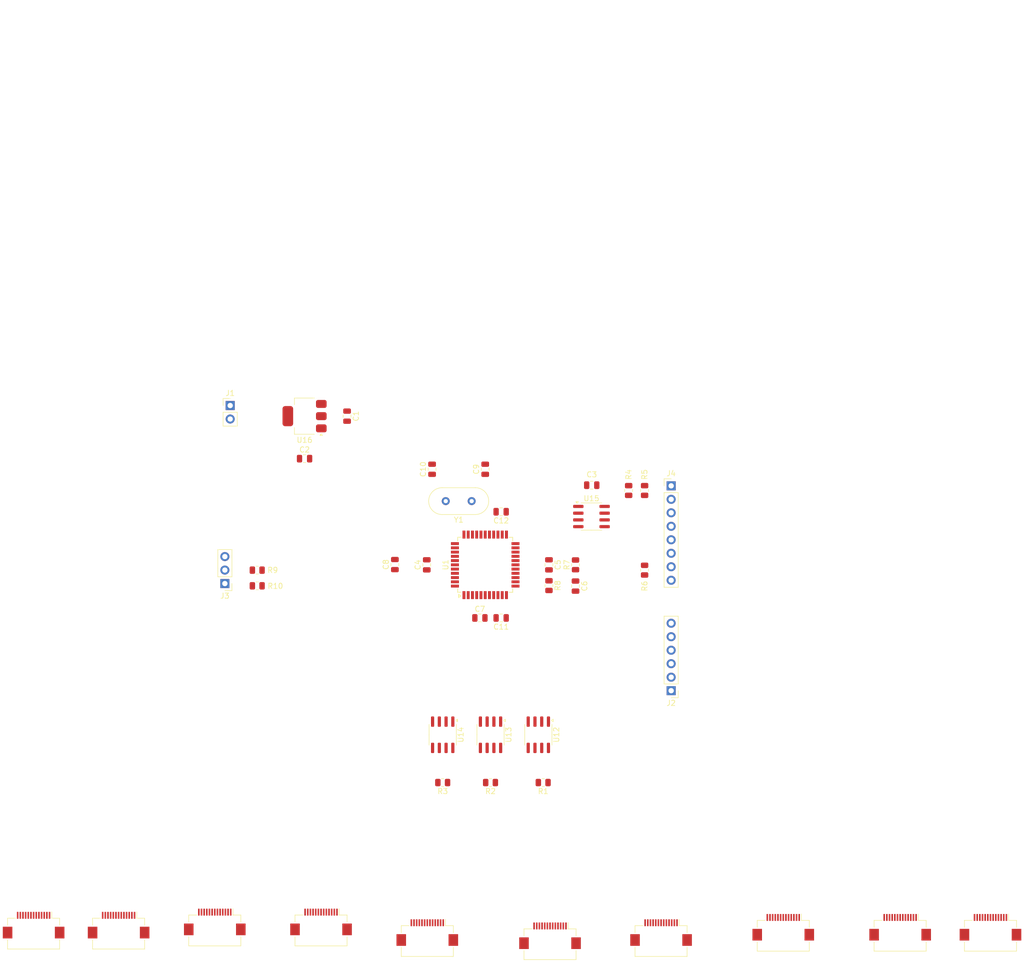
<source format=kicad_pcb>
(kicad_pcb (version 20240108) (generator "pcbnew") (generator_version "8.0")
  (layers (0 "F.Cu" signal) (31 "B.Cu" signal) (34 "B.Paste" user) (35 "F.Paste" user) (36 "B.SilkS" user "B.Silkscreen") (37 "F.SilkS" user "F.Silkscreen") (38 "B.Mask" user) (39 "F.Mask" user) (44 "Edge.Cuts" user))
  (net 0 "")
  (net 1 "Net-(J2-Pin_5)")
  (net 2 "/nCS_MEM")
  (net 3 "+3.3V")
  (net 5 "GND")
  (net 6 "Net-(U1-VCAP)")
  (net 9 "Net-(J2-Pin_1)")
  (net 10 "/SCL1")
  (net 11 "/MISO_MEM")
  (net 13 "/SDA1")
  (net 14 "/MOSI_MEM")
  (net 17 "/CLK_MEM")
  (net 19 "Net-(U1-RA2)")
  (net 20 "Net-(J2-Pin_4)")
  (net 21 "Net-(U1-RA3)")
  (net 22 "/LCDs/Backlight_0")
  (net 23 "/LCDs/Backlight_3")
  (net 24 "/LCDs/Backlight_1")
  (net 25 "/LCDs/Backlight_2")
  (net 26 "Net-(U12-RSET)")
  (net 27 "/LCDs/Backlight_7")
  (net 28 "/LCDs/Backlight_5")
  (net 29 "Net-(U13-RSET)")
  (net 30 "/LCDs/Backlight_4")
  (net 31 "/LCDs/Backlight_6")
  (net 32 "Net-(U14-RSET)")
  (net 33 "/LCDs/Backlight_9")
  (net 36 "/LCDs/Backlight_8")
  (net 37 "+12V")
  (net 38 "/SCK_LCD")
  (net 39 "/SDA_LCD")
  (net 40 "/nRESET_LCD")
  (net 41 "/D{slash}C_LCD")
  (net 42 "/nCS_4")
  (net 43 "/nCS_7")
  (net 44 "/nCS_1")
  (net 45 "/nCS_3")
  (net 46 "/nCS_8")
  (net 47 "/nCS_6")
  (net 48 "/nCS_5")
  (net 49 "/nCS_0")
  (net 50 "/nCS_2")
  (net 51 "/nCS_9")
  (net 52 "Net-(C6-Pad1)")
  (net 54 "/PWM_LCD")
  (net 55 "/nHOLD_MEM")
  (net 56 "/nW_MEM")
  (footprint "Resistor_SMD:R_0805_2012Metric" (layer "F.Cu") (at 141.9125 98 180)
    (property "Reference" "R1" (at 0 -1.65 0) (layer "F.SilkS"))
    (property "Value" "6.34k")
    (pad "1" smd roundrect (at -0.9125 0 180) (size 1.025 1.4) (layers "F.Cu" "F.Paste" "F.Mask") (roundrect_rratio 0.243902) (net 26 "Net-(U12-RSET)"))
    (pad "2" smd roundrect (at 0.9125 0 180) (size 1.025 1.4) (layers "F.Cu" "F.Paste" "F.Mask") (roundrect_rratio 0.243902) (net 5 "GND"))
  )
  (footprint "Connector_PinHeader_2.54mm:PinHeader_1x02_P2.54mm_Vertical" (layer "F.Cu") (at 83 27)
    (property "Reference" "J1" (at 0 -2.33 0) (layer "F.SilkS"))
    (property "Value" "Power")
    (pad "1" thru_hole rect (at 0 0) (size 1.7 1.7) (drill 1) (layers "*.Cu" "*.Mask") (net 37 "+12V"))
    (pad "2" thru_hole oval (at 0 2.54) (size 1.7 1.7) (drill 1) (layers "*.Cu" "*.Mask") (net 5 "GND"))
  )
  (footprint "Package_QFP:TQFP-44_10x10mm_P0.8mm" (layer "F.Cu") (at 131 57 90)
    (property "Reference" "U1" (at 0 -7.45 90) (layer "F.SilkS"))
    (property "Value" "PIC32MX270F256D-IPT")
    (pad "1" smd rect (at -5.7 -4 90) (size 1.5 0.55) (layers "F.Cu" "F.Paste" "F.Mask") (net 13 "/SDA1"))
    (pad "2" smd rect (at -5.7 -3.2 90) (size 1.5 0.55) (layers "F.Cu" "F.Paste" "F.Mask") (net 50 "/nCS_2"))
    (pad "3" smd rect (at -5.7 -2.4 90) (size 1.5 0.55) (layers "F.Cu" "F.Paste" "F.Mask") (net 44 "/nCS_1"))
    (pad "4" smd rect (at -5.7 -1.6 90) (size 1.5 0.55) (layers "F.Cu" "F.Paste" "F.Mask") (net 49 "/nCS_0"))
    (pad "5" smd rect (at -5.7 -0.8 90) (size 1.5 0.55) (layers "F.Cu" "F.Paste" "F.Mask") (net 40 "/nRESET_LCD"))
    (pad "6" smd rect (at -5.7 0 90) (size 1.5 0.55) (layers "F.Cu" "F.Paste" "F.Mask") (net 5 "GND"))
    (pad "7" smd rect (at -5.7 0.8 90) (size 1.5 0.55) (layers "F.Cu" "F.Paste" "F.Mask") (net 6 "Net-(U1-VCAP)"))
    (pad "8" smd rect (at -5.7 1.6 90) (size 1.5 0.55) (layers "F.Cu" "F.Paste" "F.Mask") (net 41 "/D{slash}C_LCD"))
    (pad "9" smd rect (at -5.7 2.4 90) (size 1.5 0.55) (layers "F.Cu" "F.Paste" "F.Mask") (net 39 "/SDA_LCD"))
    (pad "10" smd rect (at -5.7 3.2 90) (size 1.5 0.55) (layers "F.Cu" "F.Paste" "F.Mask") (net 3 "+3.3V"))
    (pad "11" smd rect (at -5.7 4 90) (size 1.5 0.55) (layers "F.Cu" "F.Paste" "F.Mask") (net 14 "/MOSI_MEM"))
    (pad "12" smd rect (at -4 5.7 180) (size 1.5 0.55) (layers "F.Cu" "F.Paste" "F.Mask"))
    (pad "13" smd rect (at -3.2 5.7 180) (size 1.5 0.55) (layers "F.Cu" "F.Paste" "F.Mask"))
    (pad "14" smd rect (at -2.4 5.7 180) (size 1.5 0.55) (layers "F.Cu" "F.Paste" "F.Mask") (net 38 "/SCK_LCD"))
    (pad "15" smd rect (at -1.6 5.7 180) (size 1.5 0.55) (layers "F.Cu" "F.Paste" "F.Mask") (net 17 "/CLK_MEM"))
    (pad "16" smd rect (at -0.8 5.7 180) (size 1.5 0.55) (layers "F.Cu" "F.Paste" "F.Mask") (net 5 "GND"))
    (pad "17" smd rect (at 0 5.7 180) (size 1.5 0.55) (layers "F.Cu" "F.Paste" "F.Mask") (net 3 "+3.3V"))
    (pad "18" smd rect (at 0.8 5.7 180) (size 1.5 0.55) (layers "F.Cu" "F.Paste" "F.Mask") (net 9 "Net-(J2-Pin_1)"))
    (pad "19" smd rect (at 1.6 5.7 180) (size 1.5 0.55) (layers "F.Cu" "F.Paste" "F.Mask") (net 20 "Net-(J2-Pin_4)"))
    (pad "20" smd rect (at 2.4 5.7 180) (size 1.5 0.55) (layers "F.Cu" "F.Paste" "F.Mask") (net 1 "Net-(J2-Pin_5)"))
    (pad "21" smd rect (at 3.2 5.7 180) (size 1.5 0.55) (layers "F.Cu" "F.Paste" "F.Mask") (net 2 "/nCS_MEM"))
    (pad "22" smd rect (at 4 5.7 180) (size 1.5 0.55) (layers "F.Cu" "F.Paste" "F.Mask") (net 55 "/nHOLD_MEM"))
    (pad "23" smd rect (at 5.7 4 90) (size 1.5 0.55) (layers "F.Cu" "F.Paste" "F.Mask"))
    (pad "24" smd rect (at 5.7 3.2 90) (size 1.5 0.55) (layers "F.Cu" "F.Paste" "F.Mask") (net 54 "/PWM_LCD"))
    (pad "25" smd rect (at 5.7 2.4 90) (size 1.5 0.55) (layers "F.Cu" "F.Paste" "F.Mask"))
    (pad "26" smd rect (at 5.7 1.6 90) (size 1.5 0.55) (layers "F.Cu" "F.Paste" "F.Mask") (net 11 "/MISO_MEM"))
    (pad "27" smd rect (at 5.7 0.8 90) (size 1.5 0.55) (layers "F.Cu" "F.Paste" "F.Mask") (net 56 "/nW_MEM"))
    (pad "28" smd rect (at 5.7 0 90) (size 1.5 0.55) (layers "F.Cu" "F.Paste" "F.Mask") (net 3 "+3.3V"))
    (pad "29" smd rect (at 5.7 -0.8 90) (size 1.5 0.55) (layers "F.Cu" "F.Paste" "F.Mask") (net 5 "GND"))
    (pad "30" smd rect (at 5.7 -1.6 90) (size 1.5 0.55) (layers "F.Cu" "F.Paste" "F.Mask") (net 19 "Net-(U1-RA2)"))
    (pad "31" smd rect (at 5.7 -2.4 90) (size 1.5 0.55) (layers "F.Cu" "F.Paste" "F.Mask") (net 21 "Net-(U1-RA3)"))
    (pad "32" smd rect (at 5.7 -3.2 90) (size 1.5 0.55) (layers "F.Cu" "F.Paste" "F.Mask"))
    (pad "33" smd rect (at 5.7 -4 90) (size 1.5 0.55) (layers "F.Cu" "F.Paste" "F.Mask"))
    (pad "34" smd rect (at 4 -5.7 180) (size 1.5 0.55) (layers "F.Cu" "F.Paste" "F.Mask") (net 51 "/nCS_9"))
    (pad "35" smd rect (at 3.2 -5.7 180) (size 1.5 0.55) (layers "F.Cu" "F.Paste" "F.Mask") (net 46 "/nCS_8"))
    (pad "36" smd rect (at 2.4 -5.7 180) (size 1.5 0.55) (layers "F.Cu" "F.Paste" "F.Mask") (net 43 "/nCS_7"))
    (pad "37" smd rect (at 1.6 -5.7 180) (size 1.5 0.55) (layers "F.Cu" "F.Paste" "F.Mask") (net 47 "/nCS_6"))
    (pad "38" smd rect (at 0.8 -5.7 180) (size 1.5 0.55) (layers "F.Cu" "F.Paste" "F.Mask") (net 48 "/nCS_5"))
    (pad "39" smd rect (at 0 -5.7 180) (size 1.5 0.55) (layers "F.Cu" "F.Paste" "F.Mask") (net 5 "GND"))
    (pad "40" smd rect (at -0.8 -5.7 180) (size 1.5 0.55) (layers "F.Cu" "F.Paste" "F.Mask") (net 3 "+3.3V"))
    (pad "41" smd rect (at -1.6 -5.7 180) (size 1.5 0.55) (layers "F.Cu" "F.Paste" "F.Mask") (net 42 "/nCS_4"))
    (pad "42" smd rect (at -2.4 -5.7 180) (size 1.5 0.55) (layers "F.Cu" "F.Paste" "F.Mask"))
    (pad "43" smd rect (at -3.2 -5.7 180) (size 1.5 0.55) (layers "F.Cu" "F.Paste" "F.Mask") (net 45 "/nCS_3"))
    (pad "44" smd rect (at -4 -5.7 180) (size 1.5 0.55) (layers "F.Cu" "F.Paste" "F.Mask") (net 10 "/SCL1"))
  )
  (footprint "Package_SO:SOIC-8_3.9x4.9mm_P1.27mm" (layer "F.Cu") (at 132 89 -90)
    (property "Reference" "U13" (at 0 -3.4 90) (layer "F.SilkS"))
    (property "Value" "CAT4104V-GT3")
    (pad "1" smd roundrect (at -2.475 -1.905 270) (size 1.95 0.6) (layers "F.Cu" "F.Paste" "F.Mask") (net 30 "/LCDs/Backlight_4"))
    (pad "2" smd roundrect (at -2.475 -0.635 270) (size 1.95 0.6) (layers "F.Cu" "F.Paste" "F.Mask") (net 28 "/LCDs/Backlight_5"))
    (pad "3" smd roundrect (at -2.475 0.635 270) (size 1.95 0.6) (layers "F.Cu" "F.Paste" "F.Mask") (net 31 "/LCDs/Backlight_6"))
    (pad "4" smd roundrect (at -2.475 1.905 270) (size 1.95 0.6) (layers "F.Cu" "F.Paste" "F.Mask") (net 27 "/LCDs/Backlight_7"))
    (pad "5" smd roundrect (at 2.475 1.905 270) (size 1.95 0.6) (layers "F.Cu" "F.Paste" "F.Mask") (net 5 "GND"))
    (pad "6" smd roundrect (at 2.475 0.635 270) (size 1.95 0.6) (layers "F.Cu" "F.Paste" "F.Mask") (net 54 "/PWM_LCD"))
    (pad "7" smd roundrect (at 2.475 -0.635 270) (size 1.95 0.6) (layers "F.Cu" "F.Paste" "F.Mask") (net 3 "+3.3V"))
    (pad "8" smd roundrect (at 2.475 -1.905 270) (size 1.95 0.6) (layers "F.Cu" "F.Paste" "F.Mask") (net 29 "Net-(U13-RSET)"))
  )
  (footprint "Capacitor_SMD:C_0805_2012Metric" (layer "F.Cu") (at 151.05 42 180)
    (property "Reference" "C3" (at 0 2 0) (layer "F.SilkS"))
    (property "Value" "100n")
    (pad "1" smd roundrect (at -0.95 0 180) (size 1 1.45) (layers "F.Cu" "F.Paste" "F.Mask") (net 3 "+3.3V"))
    (pad "2" smd roundrect (at 0.95 0 180) (size 1 1.45) (layers "F.Cu" "F.Paste" "F.Mask") (net 5 "GND"))
  )
  (footprint "Resistor_SMD:R_0805_2012Metric" (layer "F.Cu") (at 161 58 90)
    (property "Reference" "R6" (at -3 0 90) (layer "F.SilkS"))
    (property "Value" "10k")
    (pad "1" smd roundrect (at -0.9125 0 90) (size 1.025 1.4) (layers "F.Cu" "F.Paste" "F.Mask") (roundrect_rratio 0.243902) (net 5 "GND"))
    (pad "2" smd roundrect (at 0.9125 0 90) (size 1.025 1.4) (layers "F.Cu" "F.Paste" "F.Mask") (roundrect_rratio 0.243902) (net 56 "/nW_MEM"))
  )
  (footprint "Package_SO:SOIC-8_3.9x4.9mm_P1.27mm" (layer "F.Cu") (at 141 89 -90)
    (property "Reference" "U12" (at 0 -3.4 90) (layer "F.SilkS"))
    (property "Value" "CAT4104V-GT3")
    (pad "1" smd roundrect (at -2.475 -1.905 270) (size 1.95 0.6) (layers "F.Cu" "F.Paste" "F.Mask") (net 22 "/LCDs/Backlight_0"))
    (pad "2" smd roundrect (at -2.475 -0.635 270) (size 1.95 0.6) (layers "F.Cu" "F.Paste" "F.Mask") (net 24 "/LCDs/Backlight_1"))
    (pad "3" smd roundrect (at -2.475 0.635 270) (size 1.95 0.6) (layers "F.Cu" "F.Paste" "F.Mask") (net 25 "/LCDs/Backlight_2"))
    (pad "4" smd roundrect (at -2.475 1.905 270) (size 1.95 0.6) (layers "F.Cu" "F.Paste" "F.Mask") (net 23 "/LCDs/Backlight_3"))
    (pad "5" smd roundrect (at 2.475 1.905 270) (size 1.95 0.6) (layers "F.Cu" "F.Paste" "F.Mask") (net 5 "GND"))
    (pad "6" smd roundrect (at 2.475 0.635 270) (size 1.95 0.6) (layers "F.Cu" "F.Paste" "F.Mask") (net 54 "/PWM_LCD"))
    (pad "7" smd roundrect (at 2.475 -0.635 270) (size 1.95 0.6) (layers "F.Cu" "F.Paste" "F.Mask") (net 3 "+3.3V"))
    (pad "8" smd roundrect (at 2.475 -1.905 270) (size 1.95 0.6) (layers "F.Cu" "F.Paste" "F.Mask") (net 26 "Net-(U12-RSET)"))
  )
  (footprint "Console:Hirose FFC FPC 13 Pin Inverted" (layer "F.Cu") (at 46 124.85)
    (property "Reference" "U2" (hide yes))
    (property "Value" "DT010ATFT" (hide yes))
    (pad "1" smd rect (at 3 -1.85) (size 0.3 1.3) (layers "F.Cu" "F.Paste" "F.Mask"))
    (pad "2" smd rect (at 2.5 -1.85) (size 0.3 1.3) (layers "F.Cu" "F.Paste" "F.Mask"))
    (pad "3" smd rect (at 2 -1.85) (size 0.3 1.3) (layers "F.Cu" "F.Paste" "F.Mask") (net 39 "/SDA_LCD"))
    (pad "4" smd rect (at 1.5 -1.85) (size 0.3 1.3) (layers "F.Cu" "F.Paste" "F.Mask") (net 38 "/SCK_LCD"))
    (pad "5" smd rect (at 1 -1.85) (size 0.3 1.3) (layers "F.Cu" "F.Paste" "F.Mask") (net 41 "/D{slash}C_LCD"))
    (pad "6" smd rect (at 0.5 -1.85) (size 0.3 1.3) (layers "F.Cu" "F.Paste" "F.Mask") (net 40 "/nRESET_LCD"))
    (pad "7" smd rect (at 0 -1.85) (size 0.3 1.3) (layers "F.Cu" "F.Paste" "F.Mask") (net 49 "/nCS_0"))
    (pad "8" smd rect (at -0.5 -1.85) (size 0.3 1.3) (layers "F.Cu" "F.Paste" "F.Mask") (net 5 "GND"))
    (pad "9" smd rect (at -1 -1.85) (size 0.3 1.3) (layers "F.Cu" "F.Paste" "F.Mask"))
    (pad "10" smd rect (at -1.5 -1.85) (size 0.3 1.3) (layers "F.Cu" "F.Paste" "F.Mask") (net 3 "+3.3V"))
    (pad "11" smd rect (at -2 -1.85) (size 0.3 1.3) (layers "F.Cu" "F.Paste" "F.Mask") (net 22 "/LCDs/Backlight_0"))
    (pad "12" smd rect (at -2.5 -1.85) (size 0.3 1.3) (layers "F.Cu" "F.Paste" "F.Mask") (net 3 "+3.3V"))
    (pad "13" smd rect (at -3 -1.85) (size 0.3 1.3) (layers "F.Cu" "F.Paste" "F.Mask") (net 5 "GND"))
    (pad "MP" smd rect (at -4.9 1.4) (size 1.8 2.2) (layers "F.Cu" "F.Paste" "F.Mask"))
    (pad "MP" smd rect (at 4.9 1.4) (size 1.8 2.2) (layers "F.Cu" "F.Paste" "F.Mask"))
  )
  (footprint "Resistor_SMD:R_0805_2012Metric" (layer "F.Cu") (at 161 43 -90)
    (property "Reference" "R5" (at -3 0 90) (layer "F.SilkS"))
    (property "Value" "10k")
    (pad "1" smd roundrect (at -0.9125 0 270) (size 1.025 1.4) (layers "F.Cu" "F.Paste" "F.Mask") (roundrect_rratio 0.243902) (net 3 "+3.3V"))
    (pad "2" smd roundrect (at 0.9125 0 270) (size 1.025 1.4) (layers "F.Cu" "F.Paste" "F.Mask") (roundrect_rratio 0.243902) (net 55 "/nHOLD_MEM"))
  )
  (footprint "Console:Hirose FFC FPC 13 Pin Inverted" (layer "F.Cu") (at 164.1 126.25)
    (property "Reference" "U8" (hide yes))
    (property "Value" "DT010ATFT" (hide yes))
    (pad "1" smd rect (at 3 -1.85) (size 0.3 1.3) (layers "F.Cu" "F.Paste" "F.Mask"))
    (pad "2" smd rect (at 2.5 -1.85) (size 0.3 1.3) (layers "F.Cu" "F.Paste" "F.Mask"))
    (pad "3" smd rect (at 2 -1.85) (size 0.3 1.3) (layers "F.Cu" "F.Paste" "F.Mask") (net 39 "/SDA_LCD"))
    (pad "4" smd rect (at 1.5 -1.85) (size 0.3 1.3) (layers "F.Cu" "F.Paste" "F.Mask") (net 38 "/SCK_LCD"))
    (pad "5" smd rect (at 1 -1.85) (size 0.3 1.3) (layers "F.Cu" "F.Paste" "F.Mask") (net 41 "/D{slash}C_LCD"))
    (pad "6" smd rect (at 0.5 -1.85) (size 0.3 1.3) (layers "F.Cu" "F.Paste" "F.Mask") (net 40 "/nRESET_LCD"))
    (pad "7" smd rect (at 0 -1.85) (size 0.3 1.3) (layers "F.Cu" "F.Paste" "F.Mask") (net 47 "/nCS_6"))
    (pad "8" smd rect (at -0.5 -1.85) (size 0.3 1.3) (layers "F.Cu" "F.Paste" "F.Mask") (net 5 "GND"))
    (pad "9" smd rect (at -1 -1.85) (size 0.3 1.3) (layers "F.Cu" "F.Paste" "F.Mask"))
    (pad "10" smd rect (at -1.5 -1.85) (size 0.3 1.3) (layers "F.Cu" "F.Paste" "F.Mask") (net 3 "+3.3V"))
    (pad "11" smd rect (at -2 -1.85) (size 0.3 1.3) (layers "F.Cu" "F.Paste" "F.Mask") (net 31 "/LCDs/Backlight_6"))
    (pad "12" smd rect (at -2.5 -1.85) (size 0.3 1.3) (layers "F.Cu" "F.Paste" "F.Mask") (net 3 "+3.3V"))
    (pad "13" smd rect (at -3 -1.85) (size 0.3 1.3) (layers "F.Cu" "F.Paste" "F.Mask") (net 5 "GND"))
    (pad "MP" smd rect (at -4.9 1.4) (size 1.8 2.2) (layers "F.Cu" "F.Paste" "F.Mask"))
    (pad "MP" smd rect (at 4.9 1.4) (size 1.8 2.2) (layers "F.Cu" "F.Paste" "F.Mask"))
  )
  (footprint "Capacitor_SMD:C_0805_2012Metric" (layer "F.Cu") (at 121 39 90)
    (property "Reference" "C10" (at 0 -1.68 90) (layer "F.SilkS"))
    (property "Value" "47p")
    (pad "1" smd roundrect (at -0.95 0 90) (size 1 1.45) (layers "F.Cu" "F.Paste" "F.Mask") (net 21 "Net-(U1-RA3)"))
    (pad "2" smd roundrect (at 0.95 0 90) (size 1 1.45) (layers "F.Cu" "F.Paste" "F.Mask") (net 5 "GND"))
  )
  (footprint "Resistor_SMD:R_0805_2012Metric" (layer "F.Cu") (at 88.0875 58 180)
    (property "Reference" "R9" (at -2.9125 0 0) (layer "F.SilkS"))
    (property "Value" "inf")
    (pad "1" smd roundrect (at -0.9125 0 180) (size 1.025 1.4) (layers "F.Cu" "F.Paste" "F.Mask") (roundrect_rratio 0.243902) (net 3 "+3.3V"))
    (pad "2" smd roundrect (at 0.9125 0 180) (size 1.025 1.4) (layers "F.Cu" "F.Paste" "F.Mask") (roundrect_rratio 0.243902) (net 10 "/SCL1"))
  )
  (footprint "Resistor_SMD:R_0805_2012Metric" (layer "F.Cu") (at 158 43 -90)
    (property "Reference" "R4" (at -3 0 90) (layer "F.SilkS"))
    (property "Value" "10k")
    (pad "1" smd roundrect (at -0.9125 0 270) (size 1.025 1.4) (layers "F.Cu" "F.Paste" "F.Mask") (roundrect_rratio 0.243902) (net 3 "+3.3V"))
    (pad "2" smd roundrect (at 0.9125 0 270) (size 1.025 1.4) (layers "F.Cu" "F.Paste" "F.Mask") (roundrect_rratio 0.243902) (net 2 "/nCS_MEM"))
  )
  (footprint "Resistor_SMD:R_0805_2012Metric" (layer "F.Cu") (at 143 60.9125 -90)
    (property "Reference" "R8" (at 0 -1.65 90) (layer "F.SilkS"))
    (property "Value" "10k")
    (pad "1" smd roundrect (at -0.9125 0 270) (size 1.025 1.4) (layers "F.Cu" "F.Paste" "F.Mask") (roundrect_rratio 0.243902) (net 52 "Net-(C6-Pad1)"))
    (pad "2" smd roundrect (at 0.9125 0 270) (size 1.025 1.4) (layers "F.Cu" "F.Paste" "F.Mask") (roundrect_rratio 0.243902) (net 3 "+3.3V"))
  )
  (footprint "Capacitor_SMD:C_0805_2012Metric" (layer "F.Cu") (at 134 67 180)
    (property "Reference" "C11" (at 0 -1.68 0) (layer "F.SilkS"))
    (property "Value" "100n")
    (pad "1" smd roundrect (at -0.95 0 180) (size 1 1.45) (layers "F.Cu" "F.Paste" "F.Mask") (net 3 "+3.3V"))
    (pad "2" smd roundrect (at 0.95 0 180) (size 1 1.45) (layers "F.Cu" "F.Paste" "F.Mask") (net 5 "GND"))
  )
  (footprint "Capacitor_SMD:C_0805_2012Metric" (layer "F.Cu") (at 120 57 90)
    (property "Reference" "C4" (at 0 -1.68 90) (layer "F.SilkS"))
    (property "Value" "100n")
    (pad "1" smd roundrect (at -0.95 0 90) (size 1 1.45) (layers "F.Cu" "F.Paste" "F.Mask") (net 3 "+3.3V"))
    (pad "2" smd roundrect (at 0.95 0 90) (size 1 1.45) (layers "F.Cu" "F.Paste" "F.Mask") (net 5 "GND"))
  )
  (footprint "Package_SO:SOIC-8_3.9x4.9mm_P1.27mm" (layer "F.Cu") (at 123 89 -90)
    (property "Reference" "U14" (at 0 -3.4 90) (layer "F.SilkS"))
    (property "Value" "CAT4104V-GT3")
    (pad "1" smd roundrect (at -2.475 -1.905 270) (size 1.95 0.6) (layers "F.Cu" "F.Paste" "F.Mask") (net 36 "/LCDs/Backlight_8"))
    (pad "2" smd roundrect (at -2.475 -0.635 270) (size 1.95 0.6) (layers "F.Cu" "F.Paste" "F.Mask") (net 33 "/LCDs/Backlight_9"))
    (pad "3" smd roundrect (at -2.475 0.635 270) (size 1.95 0.6) (layers "F.Cu" "F.Paste" "F.Mask"))
    (pad "4" smd roundrect (at -2.475 1.905 270) (size 1.95 0.6) (layers "F.Cu" "F.Paste" "F.Mask"))
    (pad "5" smd roundrect (at 2.475 1.905 270) (size 1.95 0.6) (layers "F.Cu" "F.Paste" "F.Mask") (net 5 "GND"))
    (pad "6" smd roundrect (at 2.475 0.635 270) (size 1.95 0.6) (layers "F.Cu" "F.Paste" "F.Mask") (net 54 "/PWM_LCD"))
    (pad "7" smd roundrect (at 2.475 -0.635 270) (size 1.95 0.6) (layers "F.Cu" "F.Paste" "F.Mask") (net 3 "+3.3V"))
    (pad "8" smd roundrect (at 2.475 -1.905 270) (size 1.95 0.6) (layers "F.Cu" "F.Paste" "F.Mask") (net 32 "Net-(U14-RSET)"))
  )
  (footprint "Resistor_SMD:R_0805_2012Metric" (layer "F.Cu") (at 123 98 180)
    (property "Reference" "R3" (at 0 -1.65 0) (layer "F.SilkS"))
    (property "Value" "6.34k")
    (pad "1" smd roundrect (at -0.9125 0 180) (size 1.025 1.4) (layers "F.Cu" "F.Paste" "F.Mask") (roundrect_rratio 0.243902) (net 32 "Net-(U14-RSET)"))
    (pad "2" smd roundrect (at 0.9125 0 180) (size 1.025 1.4) (layers "F.Cu" "F.Paste" "F.Mask") (roundrect_rratio 0.243902) (net 5 "GND"))
  )
  (footprint "Console:Hirose FFC FPC 13 Pin Inverted" (layer "F.Cu") (at 62 124.85)
    (property "Reference" "U3" (hide yes))
    (property "Value" "DT010ATFT" (hide yes))
    (pad "1" smd rect (at 3 -1.85) (size 0.3 1.3) (layers "F.Cu" "F.Paste" "F.Mask"))
    (pad "2" smd rect (at 2.5 -1.85) (size 0.3 1.3) (layers "F.Cu" "F.Paste" "F.Mask"))
    (pad "3" smd rect (at 2 -1.85) (size 0.3 1.3) (layers "F.Cu" "F.Paste" "F.Mask") (net 39 "/SDA_LCD"))
    (pad "4" smd rect (at 1.5 -1.85) (size 0.3 1.3) (layers "F.Cu" "F.Paste" "F.Mask") (net 38 "/SCK_LCD"))
    (pad "5" smd rect (at 1 -1.85) (size 0.3 1.3) (layers "F.Cu" "F.Paste" "F.Mask") (net 41 "/D{slash}C_LCD"))
    (pad "6" smd rect (at 0.5 -1.85) (size 0.3 1.3) (layers "F.Cu" "F.Paste" "F.Mask") (net 40 "/nRESET_LCD"))
    (pad "7" smd rect (at 0 -1.85) (size 0.3 1.3) (layers "F.Cu" "F.Paste" "F.Mask") (net 44 "/nCS_1"))
    (pad "8" smd rect (at -0.5 -1.85) (size 0.3 1.3) (layers "F.Cu" "F.Paste" "F.Mask") (net 5 "GND"))
    (pad "9" smd rect (at -1 -1.85) (size 0.3 1.3) (layers "F.Cu" "F.Paste" "F.Mask"))
    (pad "10" smd rect (at -1.5 -1.85) (size 0.3 1.3) (layers "F.Cu" "F.Paste" "F.Mask") (net 3 "+3.3V"))
    (pad "11" smd rect (at -2 -1.85) (size 0.3 1.3) (layers "F.Cu" "F.Paste" "F.Mask") (net 24 "/LCDs/Backlight_1"))
    (pad "12" smd rect (at -2.5 -1.85) (size 0.3 1.3) (layers "F.Cu" "F.Paste" "F.Mask") (net 3 "+3.3V"))
    (pad "13" smd rect (at -3 -1.85) (size 0.3 1.3) (layers "F.Cu" "F.Paste" "F.Mask") (net 5 "GND"))
    (pad "MP" smd rect (at -4.9 1.4) (size 1.8 2.2) (layers "F.Cu" "F.Paste" "F.Mask"))
    (pad "MP" smd rect (at 4.9 1.4) (size 1.8 2.2) (layers "F.Cu" "F.Paste" "F.Mask"))
  )
  (footprint "Connector_PinHeader_2.54mm:PinHeader_1x06_P2.54mm_Vertical" (layer "F.Cu") (at 166 80.7 180)
    (property "Reference" "J2" (at 0 -2.33 0) (layer "F.SilkS"))
    (property "Value" "ICSP")
    (pad "1" thru_hole rect (at 0 0 180) (size 1.7 1.7) (drill 1) (layers "*.Cu" "*.Mask") (net 9 "Net-(J2-Pin_1)"))
    (pad "2" thru_hole oval (at 0 2.54 180) (size 1.7 1.7) (drill 1) (layers "*.Cu" "*.Mask") (net 3 "+3.3V"))
    (pad "3" thru_hole oval (at 0 5.08 180) (size 1.7 1.7) (drill 1) (layers "*.Cu" "*.Mask") (net 5 "GND"))
    (pad "4" thru_hole oval (at 0 7.62 180) (size 1.7 1.7) (drill 1) (layers "*.Cu" "*.Mask") (net 20 "Net-(J2-Pin_4)"))
    (pad "5" thru_hole oval (at 0 10.16 180) (size 1.7 1.7) (drill 1) (layers "*.Cu" "*.Mask") (net 1 "Net-(J2-Pin_5)"))
    (pad "6" thru_hole oval (at 0 12.7 180) (size 1.7 1.7) (drill 1) (layers "*.Cu" "*.Mask"))
  )
  (footprint "Console:Hirose FFC FPC 13 Pin Inverted" (layer "F.Cu") (at 187.1 125.25)
    (property "Reference" "U9" (hide yes))
    (property "Value" "DT010ATFT" (hide yes))
    (pad "1" smd rect (at 3 -1.85) (size 0.3 1.3) (layers "F.Cu" "F.Paste" "F.Mask"))
    (pad "2" smd rect (at 2.5 -1.85) (size 0.3 1.3) (layers "F.Cu" "F.Paste" "F.Mask"))
    (pad "3" smd rect (at 2 -1.85) (size 0.3 1.3) (layers "F.Cu" "F.Paste" "F.Mask") (net 39 "/SDA_LCD"))
    (pad "4" smd rect (at 1.5 -1.85) (size 0.3 1.3) (layers "F.Cu" "F.Paste" "F.Mask") (net 38 "/SCK_LCD"))
    (pad "5" smd rect (at 1 -1.85) (size 0.3 1.3) (layers "F.Cu" "F.Paste" "F.Mask") (net 41 "/D{slash}C_LCD"))
    (pad "6" smd rect (at 0.5 -1.85) (size 0.3 1.3) (layers "F.Cu" "F.Paste" "F.Mask") (net 40 "/nRESET_LCD"))
    (pad "7" smd rect (at 0 -1.85) (size 0.3 1.3) (layers "F.Cu" "F.Paste" "F.Mask") (net 43 "/nCS_7"))
    (pad "8" smd rect (at -0.5 -1.85) (size 0.3 1.3) (layers "F.Cu" "F.Paste" "F.Mask") (net 5 "GND"))
    (pad "9" smd rect (at -1 -1.85) (size 0.3 1.3) (layers "F.Cu" "F.Paste" "F.Mask"))
    (pad "10" smd rect (at -1.5 -1.85) (size 0.3 1.3) (layers "F.Cu" "F.Paste" "F.Mask") (net 3 "+3.3V"))
    (pad "11" smd rect (at -2 -1.85) (size 0.3 1.3) (layers "F.Cu" "F.Paste" "F.Mask") (net 27 "/LCDs/Backlight_7"))
    (pad "12" smd rect (at -2.5 -1.85) (size 0.3 1.3) (layers "F.Cu" "F.Paste" "F.Mask") (net 3 "+3.3V"))
    (pad "13" smd rect (at -3 -1.85) (size 0.3 1.3) (layers "F.Cu" "F.Paste" "F.Mask") (net 5 "GND"))
    (pad "MP" smd rect (at -4.9 1.4) (size 1.8 2.2) (layers "F.Cu" "F.Paste" "F.Mask"))
    (pad "MP" smd rect (at 4.9 1.4) (size 1.8 2.2) (layers "F.Cu" "F.Paste" "F.Mask"))
  )
  (footprint "Capacitor_SMD:C_0805_2012Metric" (layer "F.Cu") (at 105 29 -90)
    (property "Reference" "C1" (at 0 -1.68 90) (layer "F.SilkS"))
    (property "Value" "1u")
    (pad "1" smd roundrect (at -0.95 0 270) (size 1 1.45) (layers "F.Cu" "F.Paste" "F.Mask") (net 37 "+12V"))
    (pad "2" smd roundrect (at 0.95 0 270) (size 1 1.45) (layers "F.Cu" "F.Paste" "F.Mask") (net 5 "GND"))
  )
  (footprint "Capacitor_SMD:C_0805_2012Metric" (layer "F.Cu") (at 143 57 -90)
    (property "Reference" "C5" (at 0 -1.68 90) (layer "F.SilkS"))
    (property "Value" "100n")
    (pad "1" smd roundrect (at -0.95 0 270) (size 1 1.45) (layers "F.Cu" "F.Paste" "F.Mask") (net 3 "+3.3V"))
    (pad "2" smd roundrect (at 0.95 0 270) (size 1 1.45) (layers "F.Cu" "F.Paste" "F.Mask") (net 5 "GND"))
  )
  (footprint "Package_TO_SOT_SMD:SOT-223-3_TabPin2" (layer "F.Cu") (at 97 29 180)
    (property "Reference" "U16" (at 0 -4.5 0) (layer "F.SilkS"))
    (property "Value" "LDL1117S33R")
    (pad "1" smd roundrect (at -3.15 -2.3 180) (size 2 1.5) (layers "F.Cu" "F.Paste" "F.Mask") (net 5 "GND"))
    (pad "2" smd roundrect (at -3.15 0 180) (size 2 1.5) (layers "F.Cu" "F.Paste" "F.Mask") (net 3 "+3.3V"))
    (pad "2" smd roundrect (at 3.15 0 180) (size 2 3.8) (layers "F.Cu" "F.Paste" "F.Mask") (net 3 "+3.3V"))
    (pad "3" smd roundrect (at -3.15 2.3 180) (size 2 1.5) (layers "F.Cu" "F.Paste" "F.Mask") (net 37 "+12V"))
  )
  (footprint "Capacitor_SMD:C_0805_2012Metric" (layer "F.Cu") (at 148 61 -90)
    (property "Reference" "C6" (at 0 -1.68 90) (layer "F.SilkS"))
    (property "Value" "100n")
    (pad "1" smd roundrect (at -0.95 0 270) (size 1 1.45) (layers "F.Cu" "F.Paste" "F.Mask") (net 52 "Net-(C6-Pad1)"))
    (pad "2" smd roundrect (at 0.95 0 270) (size 1 1.45) (layers "F.Cu" "F.Paste" "F.Mask") (net 5 "GND"))
  )
  (footprint "Console:Hirose FFC FPC 13 Pin Inverted" (layer "F.Cu") (at 226.1 125.25)
    (property "Reference" "U11" (hide yes))
    (property "Value" "DT010ATFT" (hide yes))
    (pad "1" smd rect (at 3 -1.85) (size 0.3 1.3) (layers "F.Cu" "F.Paste" "F.Mask"))
    (pad "2" smd rect (at 2.5 -1.85) (size 0.3 1.3) (layers "F.Cu" "F.Paste" "F.Mask"))
    (pad "3" smd rect (at 2 -1.85) (size 0.3 1.3) (layers "F.Cu" "F.Paste" "F.Mask") (net 39 "/SDA_LCD"))
    (pad "4" smd rect (at 1.5 -1.85) (size 0.3 1.3) (layers "F.Cu" "F.Paste" "F.Mask") (net 38 "/SCK_LCD"))
    (pad "5" smd rect (at 1 -1.85) (size 0.3 1.3) (layers "F.Cu" "F.Paste" "F.Mask") (net 41 "/D{slash}C_LCD"))
    (pad "6" smd rect (at 0.5 -1.85) (size 0.3 1.3) (layers "F.Cu" "F.Paste" "F.Mask") (net 40 "/nRESET_LCD"))
    (pad "7" smd rect (at 0 -1.85) (size 0.3 1.3) (layers "F.Cu" "F.Paste" "F.Mask") (net 51 "/nCS_9"))
    (pad "8" smd rect (at -0.5 -1.85) (size 0.3 1.3) (layers "F.Cu" "F.Paste" "F.Mask") (net 5 "GND"))
    (pad "9" smd rect (at -1 -1.85) (size 0.3 1.3) (layers "F.Cu" "F.Paste" "F.Mask"))
    (pad "10" smd rect (at -1.5 -1.85) (size 0.3 1.3) (layers "F.Cu" "F.Paste" "F.Mask") (net 3 "+3.3V"))
    (pad "11" smd rect (at -2 -1.85) (size 0.3 1.3) (layers "F.Cu" "F.Paste" "F.Mask") (net 33 "/LCDs/Backlight_9"))
    (pad "12" smd rect (at -2.5 -1.85) (size 0.3 1.3) (layers "F.Cu" "F.Paste" "F.Mask") (net 3 "+3.3V"))
    (pad "13" smd rect (at -3 -1.85) (size 0.3 1.3) (layers "F.Cu" "F.Paste" "F.Mask") (net 5 "GND"))
    (pad "MP" smd rect (at -4.9 1.4) (size 1.8 2.2) (layers "F.Cu" "F.Paste" "F.Mask"))
    (pad "MP" smd rect (at 4.9 1.4) (size 1.8 2.2) (layers "F.Cu" "F.Paste" "F.Mask"))
  )
  (footprint "Capacitor_SMD:C_0805_2012Metric" (layer "F.Cu") (at 131 39 90)
    (property "Reference" "C9" (at 0 -1.68 90) (layer "F.SilkS"))
    (property "Value" "47p")
    (pad "1" smd roundrect (at -0.95 0 90) (size 1 1.45) (layers "F.Cu" "F.Paste" "F.Mask") (net 19 "Net-(U1-RA2)"))
    (pad "2" smd roundrect (at 0.95 0 90) (size 1 1.45) (layers "F.Cu" "F.Paste" "F.Mask") (net 5 "GND"))
  )
  (footprint "Capacitor_SMD:C_0805_2012Metric" (layer "F.Cu") (at 114 56.95 90)
    (property "Reference" "C8" (at 0 -1.68 90) (layer "F.SilkS"))
    (property "Value" "4.7u")
    (pad "1" smd roundrect (at -0.95 0 90) (size 1 1.45) (layers "F.Cu" "F.Paste" "F.Mask") (net 3 "+3.3V"))
    (pad "2" smd roundrect (at 0.95 0 90) (size 1 1.45) (layers "F.Cu" "F.Paste" "F.Mask") (net 5 "GND"))
  )
  (footprint "Console:Hirose FFC FPC 13 Pin Inverted" (layer "F.Cu") (at 100.1 124.25)
    (property "Reference" "U5" (hide yes))
    (property "Value" "DT010ATFT" (hide yes))
    (pad "1" smd rect (at 3 -1.85) (size 0.3 1.3) (layers "F.Cu" "F.Paste" "F.Mask"))
    (pad "2" smd rect (at 2.5 -1.85) (size 0.3 1.3) (layers "F.Cu" "F.Paste" "F.Mask"))
    (pad "3" smd rect (at 2 -1.85) (size 0.3 1.3) (layers "F.Cu" "F.Paste" "F.Mask") (net 39 "/SDA_LCD"))
    (pad "4" smd rect (at 1.5 -1.85) (size 0.3 1.3) (layers "F.Cu" "F.Paste" "F.Mask") (net 38 "/SCK_LCD"))
    (pad "5" smd rect (at 1 -1.85) (size 0.3 1.3) (layers "F.Cu" "F.Paste" "F.Mask") (net 41 "/D{slash}C_LCD"))
    (pad "6" smd rect (at 0.5 -1.85) (size 0.3 1.3) (layers "F.Cu" "F.Paste" "F.Mask") (net 40 "/nRESET_LCD"))
    (pad "7" smd rect (at 0 -1.85) (size 0.3 1.3) (layers "F.Cu" "F.Paste" "F.Mask") (net 45 "/nCS_3"))
    (pad "8" smd rect (at -0.5 -1.85) (size 0.3 1.3) (layers "F.Cu" "F.Paste" "F.Mask") (net 5 "GND"))
    (pad "9" smd rect (at -1 -1.85) (size 0.3 1.3) (layers "F.Cu" "F.Paste" "F.Mask"))
    (pad "10" smd rect (at -1.5 -1.85) (size 0.3 1.3) (layers "F.Cu" "F.Paste" "F.Mask") (net 3 "+3.3V"))
    (pad "11" smd rect (at -2 -1.85) (size 0.3 1.3) (layers "F.Cu" "F.Paste" "F.Mask") (net 23 "/LCDs/Backlight_3"))
    (pad "12" smd rect (at -2.5 -1.85) (size 0.3 1.3) (layers "F.Cu" "F.Paste" "F.Mask") (net 3 "+3.3V"))
    (pad "13" smd rect (at -3 -1.85) (size 0.3 1.3) (layers "F.Cu" "F.Paste" "F.Mask") (net 5 "GND"))
    (pad "MP" smd rect (at -4.9 1.4) (size 1.8 2.2) (layers "F.Cu" "F.Paste" "F.Mask"))
    (pad "MP" smd rect (at 4.9 1.4) (size 1.8 2.2) (layers "F.Cu" "F.Paste" "F.Mask"))
  )
  (footprint "Console:Hirose FFC FPC 13 Pin Inverted" (layer "F.Cu") (at 209.1 125.25)
    (property "Reference" "U10" (hide yes))
    (property "Value" "DT010ATFT" (hide yes))
    (pad "1" smd rect (at 3 -1.85) (size 0.3 1.3) (layers "F.Cu" "F.Paste" "F.Mask"))
    (pad "2" smd rect (at 2.5 -1.85) (size 0.3 1.3) (layers "F.Cu" "F.Paste" "F.Mask"))
    (pad "3" smd rect (at 2 -1.85) (size 0.3 1.3) (layers "F.Cu" "F.Paste" "F.Mask") (net 39 "/SDA_LCD"))
    (pad "4" smd rect (at 1.5 -1.85) (size 0.3 1.3) (layers "F.Cu" "F.Paste" "F.Mask") (net 38 "/SCK_LCD"))
    (pad "5" smd rect (at 1 -1.85) (size 0.3 1.3) (layers "F.Cu" "F.Paste" "F.Mask") (net 41 "/D{slash}C_LCD"))
    (pad "6" smd rect (at 0.5 -1.85) (size 0.3 1.3) (layers "F.Cu" "F.Paste" "F.Mask") (net 40 "/nRESET_LCD"))
    (pad "7" smd rect (at 0 -1.85) (size 0.3 1.3) (layers "F.Cu" "F.Paste" "F.Mask") (net 46 "/nCS_8"))
    (pad "8" smd rect (at -0.5 -1.85) (size 0.3 1.3) (layers "F.Cu" "F.Paste" "F.Mask") (net 5 "GND"))
    (pad "9" smd rect (at -1 -1.85) (size 0.3 1.3) (layers "F.Cu" "F.Paste" "F.Mask"))
    (pad "10" smd rect (at -1.5 -1.85) (size 0.3 1.3) (layers "F.Cu" "F.Paste" "F.Mask") (net 3 "+3.3V"))
    (pad "11" smd rect (at -2 -1.85) (size 0.3 1.3) (layers "F.Cu" "F.Paste" "F.Mask") (net 36 "/LCDs/Backlight_8"))
    (pad "12" smd rect (at -2.5 -1.85) (size 0.3 1.3) (layers "F.Cu" "F.Paste" "F.Mask") (net 3 "+3.3V"))
    (pad "13" smd rect (at -3 -1.85) (size 0.3 1.3) (layers "F.Cu" "F.Paste" "F.Mask") (net 5 "GND"))
    (pad "MP" smd rect (at -4.9 1.4) (size 1.8 2.2) (layers "F.Cu" "F.Paste" "F.Mask"))
    (pad "MP" smd rect (at 4.9 1.4) (size 1.8 2.2) (layers "F.Cu" "F.Paste" "F.Mask"))
  )
  (footprint "Package_SO:SOIC-8_3.9x4.9mm_P1.27mm" (layer "F.Cu") (at 151 47.905)
    (property "Reference" "U15" (at 0 -3.4 0) (layer "F.SilkS"))
    (property "Value" "M95P32-IXMGT/E")
    (pad "1" smd roundrect (at -2.475 -1.905) (size 1.95 0.6) (layers "F.Cu" "F.Paste" "F.Mask") (net 2 "/nCS_MEM"))
    (pad "2" smd roundrect (at -2.475 -0.635) (size 1.95 0.6) (layers "F.Cu" "F.Paste" "F.Mask") (net 11 "/MISO_MEM"))
    (pad "3" smd roundrect (at -2.475 0.635) (size 1.95 0.6) (layers "F.Cu" "F.Paste" "F.Mask") (net 56 "/nW_MEM"))
    (pad "4" smd roundrect (at -2.475 1.905) (size 1.95 0.6) (layers "F.Cu" "F.Paste" "F.Mask") (net 5 "GND"))
    (pad "5" smd roundrect (at 2.475 1.905) (size 1.95 0.6) (layers "F.Cu" "F.Paste" "F.Mask") (net 14 "/MOSI_MEM"))
    (pad "6" smd roundrect (at 2.475 0.635) (size 1.95 0.6) (layers "F.Cu" "F.Paste" "F.Mask") (net 17 "/CLK_MEM"))
    (pad "7" smd roundrect (at 2.475 -0.635) (size 1.95 0.6) (layers "F.Cu" "F.Paste" "F.Mask") (net 55 "/nHOLD_MEM"))
    (pad "8" smd roundrect (at 2.475 -1.905) (size 1.95 0.6) (layers "F.Cu" "F.Paste" "F.Mask") (net 3 "+3.3V"))
  )
  (footprint "Console:Hirose FFC FPC 13 Pin Inverted" (layer "F.Cu") (at 143.2 126.85)
    (property "Reference" "U7" (hide yes))
    (property "Value" "DT010ATFT" (hide yes))
    (pad "1" smd rect (at 3 -1.85) (size 0.3 1.3) (layers "F.Cu" "F.Paste" "F.Mask"))
    (pad "2" smd rect (at 2.5 -1.85) (size 0.3 1.3) (layers "F.Cu" "F.Paste" "F.Mask"))
    (pad "3" smd rect (at 2 -1.85) (size 0.3 1.3) (layers "F.Cu" "F.Paste" "F.Mask") (net 39 "/SDA_LCD"))
    (pad "4" smd rect (at 1.5 -1.85) (size 0.3 1.3) (layers "F.Cu" "F.Paste" "F.Mask") (net 38 "/SCK_LCD"))
    (pad "5" smd rect (at 1 -1.85) (size 0.3 1.3) (layers "F.Cu" "F.Paste" "F.Mask") (net 41 "/D{slash}C_LCD"))
    (pad "6" smd rect (at 0.5 -1.85) (size 0.3 1.3) (layers "F.Cu" "F.Paste" "F.Mask") (net 40 "/nRESET_LCD"))
    (pad "7" smd rect (at 0 -1.85) (size 0.3 1.3) (layers "F.Cu" "F.Paste" "F.Mask") (net 48 "/nCS_5"))
    (pad "8" smd rect (at -0.5 -1.85) (size 0.3 1.3) (layers "F.Cu" "F.Paste" "F.Mask") (net 5 "GND"))
    (pad "9" smd rect (at -1 -1.85) (size 0.3 1.3) (layers "F.Cu" "F.Paste" "F.Mask"))
    (pad "10" smd rect (at -1.5 -1.85) (size 0.3 1.3) (layers "F.Cu" "F.Paste" "F.Mask") (net 3 "+3.3V"))
    (pad "11" smd rect (at -2 -1.85) (size 0.3 1.3) (layers "F.Cu" "F.Paste" "F.Mask") (net 28 "/LCDs/Backlight_5"))
    (pad "12" smd rect (at -2.5 -1.85) (size 0.3 1.3) (layers "F.Cu" "F.Paste" "F.Mask") (net 3 "+3.3V"))
    (pad "13" smd rect (at -3 -1.85) (size 0.3 1.3) (layers "F.Cu" "F.Paste" "F.Mask") (net 5 "GND"))
    (pad "MP" smd rect (at -4.9 1.4) (size 1.8 2.2) (layers "F.Cu" "F.Paste" "F.Mask"))
    (pad "MP" smd rect (at 4.9 1.4) (size 1.8 2.2) (layers "F.Cu" "F.Paste" "F.Mask"))
  )
  (footprint "Resistor_SMD:R_0805_2012Metric" (layer "F.Cu") (at 88.0875 60.95 180)
    (property "Reference" "R10" (at -3.4125 -0.05 0) (layer "F.SilkS"))
    (property "Value" "inf")
    (pad "1" smd roundrect (at -0.9125 0 180) (size 1.025 1.4) (layers "F.Cu" "F.Paste" "F.Mask") (roundrect_rratio 0.243902) (net 3 "+3.3V"))
    (pad "2" smd roundrect (at 0.9125 0 180) (size 1.025 1.4) (layers "F.Cu" "F.Paste" "F.Mask") (roundrect_rratio 0.243902) (net 13 "/SDA1"))
  )
  (footprint "Capacitor_SMD:C_0805_2012Metric" (layer "F.Cu") (at 97 37)
    (property "Reference" "C2" (at 0 -1.68 0) (layer "F.SilkS"))
    (property "Value" "4.7u")
    (pad "1" smd roundrect (at -0.95 0) (size 1 1.45) (layers "F.Cu" "F.Paste" "F.Mask") (net 3 "+3.3V"))
    (pad "2" smd roundrect (at 0.95 0) (size 1 1.45) (layers "F.Cu" "F.Paste" "F.Mask") (net 5 "GND"))
  )
  (footprint "Crystal:Crystal_HC49-U_Vertical" (layer "F.Cu") (at 128.45 45 180)
    (property "Reference" "Y1" (at 2.44 -3.525 0) (layer "F.SilkS"))
    (property "Value" "16M")
    (pad "1" thru_hole circle (at 0 0 180) (size 1.5 1.5) (drill 0.8) (layers "*.Cu" "*.Mask") (net 19 "Net-(U1-RA2)"))
    (pad "2" thru_hole circle (at 4.88 0 180) (size 1.5 1.5) (drill 0.8) (layers "*.Cu" "*.Mask") (net 21 "Net-(U1-RA3)"))
  )
  (footprint "Connector_PinHeader_2.54mm:PinHeader_1x03_P2.54mm_Vertical" (layer "F.Cu") (at 82 60.525 180)
    (property "Reference" "J3" (at 0 -2.33 0) (layer "F.SilkS"))
    (property "Value" "Comm_I2C")
    (pad "1" thru_hole rect (at 0 0 180) (size 1.7 1.7) (drill 1) (layers "*.Cu" "*.Mask") (net 13 "/SDA1"))
    (pad "2" thru_hole oval (at 0 2.54 180) (size 1.7 1.7) (drill 1) (layers "*.Cu" "*.Mask") (net 10 "/SCL1"))
    (pad "3" thru_hole oval (at 0 5.08 180) (size 1.7 1.7) (drill 1) (layers "*.Cu" "*.Mask") (net 5 "GND"))
  )
  (footprint "Console:Hirose FFC FPC 13 Pin Inverted" (layer "F.Cu") (at 80.1 124.25)
    (property "Reference" "U4" (hide yes))
    (property "Value" "DT010ATFT" (hide yes))
    (pad "1" smd rect (at 3 -1.85) (size 0.3 1.3) (layers "F.Cu" "F.Paste" "F.Mask"))
    (pad "2" smd rect (at 2.5 -1.85) (size 0.3 1.3) (layers "F.Cu" "F.Paste" "F.Mask"))
    (pad "3" smd rect (at 2 -1.85) (size 0.3 1.3) (layers "F.Cu" "F.Paste" "F.Mask") (net 39 "/SDA_LCD"))
    (pad "4" smd rect (at 1.5 -1.85) (size 0.3 1.3) (layers "F.Cu" "F.Paste" "F.Mask") (net 38 "/SCK_LCD"))
    (pad "5" smd rect (at 1 -1.85) (size 0.3 1.3) (layers "F.Cu" "F.Paste" "F.Mask") (net 41 "/D{slash}C_LCD"))
    (pad "6" smd rect (at 0.5 -1.85) (size 0.3 1.3) (layers "F.Cu" "F.Paste" "F.Mask") (net 40 "/nRESET_LCD"))
    (pad "7" smd rect (at 0 -1.85) (size 0.3 1.3) (layers "F.Cu" "F.Paste" "F.Mask") (net 50 "/nCS_2"))
    (pad "8" smd rect (at -0.5 -1.85) (size 0.3 1.3) (layers "F.Cu" "F.Paste" "F.Mask") (net 5 "GND"))
    (pad "9" smd rect (at -1 -1.85) (size 0.3 1.3) (layers "F.Cu" "F.Paste" "F.Mask"))
    (pad "10" smd rect (at -1.5 -1.85) (size 0.3 1.3) (layers "F.Cu" "F.Paste" "F.Mask") (net 3 "+3.3V"))
    (pad "11" smd rect (at -2 -1.85) (size 0.3 1.3) (layers "F.Cu" "F.Paste" "F.Mask") (net 25 "/LCDs/Backlight_2"))
    (pad "12" smd rect (at -2.5 -1.85) (size 0.3 1.3) (layers "F.Cu" "F.Paste" "F.Mask") (net 3 "+3.3V"))
    (pad "13" smd rect (at -3 -1.85) (size 0.3 1.3) (layers "F.Cu" "F.Paste" "F.Mask") (net 5 "GND"))
    (pad "MP" smd rect (at -4.9 1.4) (size 1.8 2.2) (layers "F.Cu" "F.Paste" "F.Mask"))
    (pad "MP" smd rect (at 4.9 1.4) (size 1.8 2.2) (layers "F.Cu" "F.Paste" "F.Mask"))
  )
  (footprint "Connector_PinHeader_2.54mm:PinHeader_1x08_P2.54mm_Vertical" (layer "F.Cu") (at 166 42.125)
    (property "Reference" "J4" (at 0 -2.33 0) (layer "F.SilkS"))
    (property "Value" "EEPROM_Prog")
    (pad "1" thru_hole rect (at 0 0) (size 1.7 1.7) (drill 1) (layers "*.Cu" "*.Mask") (net 3 "+3.3V"))
    (pad "2" thru_hole oval (at 0 2.54) (size 1.7 1.7) (drill 1) (layers "*.Cu" "*.Mask") (net 55 "/nHOLD_MEM"))
    (pad "3" thru_hole oval (at 0 5.08) (size 1.7 1.7) (drill 1) (layers "*.Cu" "*.Mask") (net 17 "/CLK_MEM"))
    (pad "4" thru_hole oval (at 0 7.62) (size 1.7 1.7) (drill 1) (layers "*.Cu" "*.Mask") (net 14 "/MOSI_MEM"))
    (pad "5" thru_hole oval (at 0 10.16) (size 1.7 1.7) (drill 1) (layers "*.Cu" "*.Mask") (net 2 "/nCS_MEM"))
    (pad "6" thru_hole oval (at 0 12.7) (size 1.7 1.7) (drill 1) (layers "*.Cu" "*.Mask") (net 11 "/MISO_MEM"))
    (pad "7" thru_hole oval (at 0 15.24) (size 1.7 1.7) (drill 1) (layers "*.Cu" "*.Mask") (net 56 "/nW_MEM"))
    (pad "8" thru_hole oval (at 0 17.78) (size 1.7 1.7) (drill 1) (layers "*.Cu" "*.Mask") (net 5 "GND"))
  )
  (footprint "Console:Hirose FFC FPC 13 Pin Inverted" (layer "F.Cu") (at 120.1 126.25)
    (property "Reference" "U6" (hide yes))
    (property "Value" "DT010ATFT" (hide yes))
    (pad "1" smd rect (at 3 -1.85) (size 0.3 1.3) (layers "F.Cu" "F.Paste" "F.Mask"))
    (pad "2" smd rect (at 2.5 -1.85) (size 0.3 1.3) (layers "F.Cu" "F.Paste" "F.Mask"))
    (pad "3" smd rect (at 2 -1.85) (size 0.3 1.3) (layers "F.Cu" "F.Paste" "F.Mask") (net 39 "/SDA_LCD"))
    (pad "4" smd rect (at 1.5 -1.85) (size 0.3 1.3) (layers "F.Cu" "F.Paste" "F.Mask") (net 38 "/SCK_LCD"))
    (pad "5" smd rect (at 1 -1.85) (size 0.3 1.3) (layers "F.Cu" "F.Paste" "F.Mask") (net 41 "/D{slash}C_LCD"))
    (pad "6" smd rect (at 0.5 -1.85) (size 0.3 1.3) (layers "F.Cu" "F.Paste" "F.Mask") (net 40 "/nRESET_LCD"))
    (pad "7" smd rect (at 0 -1.85) (size 0.3 1.3) (layers "F.Cu" "F.Paste" "F.Mask") (net 42 "/nCS_4"))
    (pad "8" smd rect (at -0.5 -1.85) (size 0.3 1.3) (layers "F.Cu" "F.Paste" "F.Mask") (net 5 "GND"))
    (pad "9" smd rect (at -1 -1.85) (size 0.3 1.3) (layers "F.Cu" "F.Paste" "F.Mask"))
    (pad "10" smd rect (at -1.5 -1.85) (size 0.3 1.3) (layers "F.Cu" "F.Paste" "F.Mask") (net 3 "+3.3V"))
    (pad "11" smd rect (at -2 -1.85) (size 0.3 1.3) (layers "F.Cu" "F.Paste" "F.Mask") (net 30 "/LCDs/Backlight_4"))
    (pad "12" smd rect (at -2.5 -1.85) (size 0.3 1.3) (layers "F.Cu" "F.Paste" "F.Mask") (net 3 "+3.3V"))
    (pad "13" smd rect (at -3 -1.85) (size 0.3 1.3) (layers "F.Cu" "F.Paste" "F.Mask") (net 5 "GND"))
    (pad "MP" smd rect (at -4.9 1.4) (size 1.8 2.2) (layers "F.Cu" "F.Paste" "F.Mask"))
    (pad "MP" smd rect (at 4.9 1.4) (size 1.8 2.2) (layers "F.Cu" "F.Paste" "F.Mask"))
  )
  (footprint "Resistor_SMD:R_0805_2012Metric" (layer "F.Cu") (at 148 57 90)
    (property "Reference" "R7" (at 0 -1.65 90) (layer "F.SilkS"))
    (property "Value" "1k")
    (pad "1" smd roundrect (at -0.9125 0 90) (size 1.025 1.4) (layers "F.Cu" "F.Paste" "F.Mask") (roundrect_rratio 0.243902) (net 52 "Net-(C6-Pad1)"))
    (pad "2" smd roundrect (at 0.9125 0 90) (size 1.025 1.4) (layers "F.Cu" "F.Paste" "F.Mask") (roundrect_rratio 0.243902) (net 9 "Net-(J2-Pin_1)"))
  )
  (footprint "Capacitor_SMD:C_0805_2012Metric" (layer "F.Cu") (at 134 47 180)
    (property "Reference" "C12" (at 0 -1.68 0) (layer "F.SilkS"))
    (property "Value" "100n")
    (pad "1" smd roundrect (at -0.95 0 180) (size 1 1.45) (layers "F.Cu" "F.Paste" "F.Mask") (net 3 "+3.3V"))
    (pad "2" smd roundrect (at 0.95 0 180) (size 1 1.45) (layers "F.Cu" "F.Paste" "F.Mask") (net 5 "GND"))
  )
  (footprint "Capacitor_SMD:C_0805_2012Metric" (layer "F.Cu") (at 130 67)
    (property "Reference" "C7" (at 0 -1.68 0) (layer "F.SilkS"))
    (property "Value" "10u")
    (pad "1" smd roundrect (at -0.95 0) (size 1 1.45) (layers "F.Cu" "F.Paste" "F.Mask") (net 6 "Net-(U1-VCAP)"))
    (pad "2" smd roundrect (at 0.95 0) (size 1 1.45) (layers "F.Cu" "F.Paste" "F.Mask") (net 5 "GND"))
  )
  (footprint "Resistor_SMD:R_0805_2012Metric" (layer "F.Cu") (at 132 98 180)
    (property "Reference" "R2" (at 0 -1.65 0) (layer "F.SilkS"))
    (property "Value" "6.34k")
    (pad "1" smd roundrect (at -0.9125 0 180) (size 1.025 1.4) (layers "F.Cu" "F.Paste" "F.Mask") (roundrect_rratio 0.243902) (net 29 "Net-(U13-RSET)"))
    (pad "2" smd roundrect (at 0.9125 0 180) (size 1.025 1.4) (layers "F.Cu" "F.Paste" "F.Mask") (roundrect_rratio 0.243902) (net 5 "GND"))
  )
)
</source>
